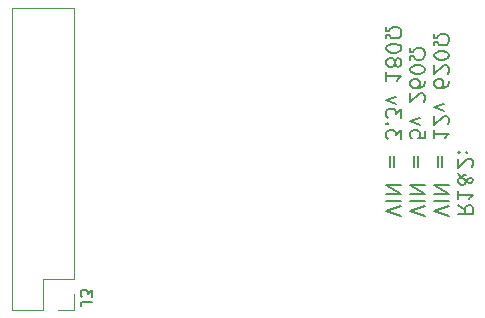
<source format=gbr>
%TF.GenerationSoftware,KiCad,Pcbnew,(5.1.12)-1*%
%TF.CreationDate,2021-12-28T18:57:02-06:00*%
%TF.ProjectId,iPiMI,6950694d-492e-46b6-9963-61645f706362,rev?*%
%TF.SameCoordinates,Original*%
%TF.FileFunction,Legend,Bot*%
%TF.FilePolarity,Positive*%
%FSLAX46Y46*%
G04 Gerber Fmt 4.6, Leading zero omitted, Abs format (unit mm)*
G04 Created by KiCad (PCBNEW (5.1.12)-1) date 2021-12-28 18:57:02*
%MOMM*%
%LPD*%
G01*
G04 APERTURE LIST*
%ADD10C,0.150000*%
%ADD11C,0.120000*%
G04 APERTURE END LIST*
D10*
X56672023Y-31790595D02*
X57267261Y-32207261D01*
X56672023Y-32504880D02*
X57922023Y-32504880D01*
X57922023Y-32028690D01*
X57862500Y-31909642D01*
X57802976Y-31850119D01*
X57683928Y-31790595D01*
X57505357Y-31790595D01*
X57386309Y-31850119D01*
X57326785Y-31909642D01*
X57267261Y-32028690D01*
X57267261Y-32504880D01*
X56672023Y-30600119D02*
X56672023Y-31314404D01*
X56672023Y-30957261D02*
X57922023Y-30957261D01*
X57743452Y-31076309D01*
X57624404Y-31195357D01*
X57564880Y-31314404D01*
X56672023Y-29052500D02*
X56672023Y-29112023D01*
X56731547Y-29231071D01*
X56910119Y-29409642D01*
X57267261Y-29707261D01*
X57445833Y-29826309D01*
X57624404Y-29885833D01*
X57743452Y-29885833D01*
X57862500Y-29826309D01*
X57922023Y-29707261D01*
X57922023Y-29647738D01*
X57862500Y-29528690D01*
X57743452Y-29469166D01*
X57683928Y-29469166D01*
X57564880Y-29528690D01*
X57505357Y-29588214D01*
X57267261Y-29945357D01*
X57207738Y-30004880D01*
X57088690Y-30064404D01*
X56910119Y-30064404D01*
X56791071Y-30004880D01*
X56731547Y-29945357D01*
X56672023Y-29826309D01*
X56672023Y-29647738D01*
X56731547Y-29528690D01*
X56791071Y-29469166D01*
X57029166Y-29290595D01*
X57207738Y-29231071D01*
X57326785Y-29231071D01*
X57802976Y-28576309D02*
X57862500Y-28516785D01*
X57922023Y-28397738D01*
X57922023Y-28100119D01*
X57862500Y-27981071D01*
X57802976Y-27921547D01*
X57683928Y-27862023D01*
X57564880Y-27862023D01*
X57386309Y-27921547D01*
X56672023Y-28635833D01*
X56672023Y-27862023D01*
X56791071Y-27326309D02*
X56731547Y-27266785D01*
X56672023Y-27326309D01*
X56731547Y-27385833D01*
X56791071Y-27326309D01*
X56672023Y-27326309D01*
X57445833Y-27326309D02*
X57386309Y-27266785D01*
X57326785Y-27326309D01*
X57386309Y-27385833D01*
X57445833Y-27326309D01*
X57326785Y-27326309D01*
X55897023Y-32683452D02*
X54647023Y-32266785D01*
X55897023Y-31850119D01*
X54647023Y-31433452D02*
X55897023Y-31433452D01*
X54647023Y-30838214D02*
X55897023Y-30838214D01*
X54647023Y-30123928D01*
X55897023Y-30123928D01*
X55301785Y-28576309D02*
X55301785Y-27623928D01*
X54944642Y-27623928D02*
X54944642Y-28576309D01*
X54647023Y-25421547D02*
X54647023Y-26135833D01*
X54647023Y-25778690D02*
X55897023Y-25778690D01*
X55718452Y-25897738D01*
X55599404Y-26016785D01*
X55539880Y-26135833D01*
X55777976Y-24945357D02*
X55837500Y-24885833D01*
X55897023Y-24766785D01*
X55897023Y-24469166D01*
X55837500Y-24350119D01*
X55777976Y-24290595D01*
X55658928Y-24231071D01*
X55539880Y-24231071D01*
X55361309Y-24290595D01*
X54647023Y-25004880D01*
X54647023Y-24231071D01*
X55480357Y-23814404D02*
X54647023Y-23516785D01*
X55480357Y-23219166D01*
X55897023Y-21254880D02*
X55897023Y-21492976D01*
X55837500Y-21612023D01*
X55777976Y-21671547D01*
X55599404Y-21790595D01*
X55361309Y-21850119D01*
X54885119Y-21850119D01*
X54766071Y-21790595D01*
X54706547Y-21731071D01*
X54647023Y-21612023D01*
X54647023Y-21373928D01*
X54706547Y-21254880D01*
X54766071Y-21195357D01*
X54885119Y-21135833D01*
X55182738Y-21135833D01*
X55301785Y-21195357D01*
X55361309Y-21254880D01*
X55420833Y-21373928D01*
X55420833Y-21612023D01*
X55361309Y-21731071D01*
X55301785Y-21790595D01*
X55182738Y-21850119D01*
X55777976Y-20659642D02*
X55837500Y-20600119D01*
X55897023Y-20481071D01*
X55897023Y-20183452D01*
X55837500Y-20064404D01*
X55777976Y-20004880D01*
X55658928Y-19945357D01*
X55539880Y-19945357D01*
X55361309Y-20004880D01*
X54647023Y-20719166D01*
X54647023Y-19945357D01*
X55897023Y-19171547D02*
X55897023Y-19052500D01*
X55837500Y-18933452D01*
X55777976Y-18873928D01*
X55658928Y-18814404D01*
X55420833Y-18754880D01*
X55123214Y-18754880D01*
X54885119Y-18814404D01*
X54766071Y-18873928D01*
X54706547Y-18933452D01*
X54647023Y-19052500D01*
X54647023Y-19171547D01*
X54706547Y-19290595D01*
X54766071Y-19350119D01*
X54885119Y-19409642D01*
X55123214Y-19469166D01*
X55420833Y-19469166D01*
X55658928Y-19409642D01*
X55777976Y-19350119D01*
X55837500Y-19290595D01*
X55897023Y-19171547D01*
X54647023Y-18278690D02*
X54647023Y-17981071D01*
X54885119Y-17981071D01*
X54944642Y-18100119D01*
X55063690Y-18219166D01*
X55242261Y-18278690D01*
X55539880Y-18278690D01*
X55718452Y-18219166D01*
X55837500Y-18100119D01*
X55897023Y-17921547D01*
X55897023Y-17683452D01*
X55837500Y-17504880D01*
X55718452Y-17385833D01*
X55539880Y-17326309D01*
X55242261Y-17326309D01*
X55063690Y-17385833D01*
X54944642Y-17504880D01*
X54885119Y-17623928D01*
X54647023Y-17623928D01*
X54647023Y-17326309D01*
X53872023Y-32683452D02*
X52622023Y-32266785D01*
X53872023Y-31850119D01*
X52622023Y-31433452D02*
X53872023Y-31433452D01*
X52622023Y-30838214D02*
X53872023Y-30838214D01*
X52622023Y-30123928D01*
X53872023Y-30123928D01*
X53276785Y-28576309D02*
X53276785Y-27623928D01*
X52919642Y-27623928D02*
X52919642Y-28576309D01*
X53872023Y-25481071D02*
X53872023Y-26076309D01*
X53276785Y-26135833D01*
X53336309Y-26076309D01*
X53395833Y-25957261D01*
X53395833Y-25659642D01*
X53336309Y-25540595D01*
X53276785Y-25481071D01*
X53157738Y-25421547D01*
X52860119Y-25421547D01*
X52741071Y-25481071D01*
X52681547Y-25540595D01*
X52622023Y-25659642D01*
X52622023Y-25957261D01*
X52681547Y-26076309D01*
X52741071Y-26135833D01*
X53455357Y-25004880D02*
X52622023Y-24707261D01*
X53455357Y-24409642D01*
X53752976Y-23040595D02*
X53812500Y-22981071D01*
X53872023Y-22862023D01*
X53872023Y-22564404D01*
X53812500Y-22445357D01*
X53752976Y-22385833D01*
X53633928Y-22326309D01*
X53514880Y-22326309D01*
X53336309Y-22385833D01*
X52622023Y-23100119D01*
X52622023Y-22326309D01*
X53872023Y-21254880D02*
X53872023Y-21492976D01*
X53812500Y-21612023D01*
X53752976Y-21671547D01*
X53574404Y-21790595D01*
X53336309Y-21850119D01*
X52860119Y-21850119D01*
X52741071Y-21790595D01*
X52681547Y-21731071D01*
X52622023Y-21612023D01*
X52622023Y-21373928D01*
X52681547Y-21254880D01*
X52741071Y-21195357D01*
X52860119Y-21135833D01*
X53157738Y-21135833D01*
X53276785Y-21195357D01*
X53336309Y-21254880D01*
X53395833Y-21373928D01*
X53395833Y-21612023D01*
X53336309Y-21731071D01*
X53276785Y-21790595D01*
X53157738Y-21850119D01*
X53872023Y-20362023D02*
X53872023Y-20242976D01*
X53812500Y-20123928D01*
X53752976Y-20064404D01*
X53633928Y-20004880D01*
X53395833Y-19945357D01*
X53098214Y-19945357D01*
X52860119Y-20004880D01*
X52741071Y-20064404D01*
X52681547Y-20123928D01*
X52622023Y-20242976D01*
X52622023Y-20362023D01*
X52681547Y-20481071D01*
X52741071Y-20540595D01*
X52860119Y-20600119D01*
X53098214Y-20659642D01*
X53395833Y-20659642D01*
X53633928Y-20600119D01*
X53752976Y-20540595D01*
X53812500Y-20481071D01*
X53872023Y-20362023D01*
X52622023Y-19469166D02*
X52622023Y-19171547D01*
X52860119Y-19171547D01*
X52919642Y-19290595D01*
X53038690Y-19409642D01*
X53217261Y-19469166D01*
X53514880Y-19469166D01*
X53693452Y-19409642D01*
X53812500Y-19290595D01*
X53872023Y-19112023D01*
X53872023Y-18873928D01*
X53812500Y-18695357D01*
X53693452Y-18576309D01*
X53514880Y-18516785D01*
X53217261Y-18516785D01*
X53038690Y-18576309D01*
X52919642Y-18695357D01*
X52860119Y-18814404D01*
X52622023Y-18814404D01*
X52622023Y-18516785D01*
X51847023Y-32683452D02*
X50597023Y-32266785D01*
X51847023Y-31850119D01*
X50597023Y-31433452D02*
X51847023Y-31433452D01*
X50597023Y-30838214D02*
X51847023Y-30838214D01*
X50597023Y-30123928D01*
X51847023Y-30123928D01*
X51251785Y-28576309D02*
X51251785Y-27623928D01*
X50894642Y-27623928D02*
X50894642Y-28576309D01*
X51847023Y-26195357D02*
X51847023Y-25421547D01*
X51370833Y-25838214D01*
X51370833Y-25659642D01*
X51311309Y-25540595D01*
X51251785Y-25481071D01*
X51132738Y-25421547D01*
X50835119Y-25421547D01*
X50716071Y-25481071D01*
X50656547Y-25540595D01*
X50597023Y-25659642D01*
X50597023Y-26016785D01*
X50656547Y-26135833D01*
X50716071Y-26195357D01*
X50716071Y-24885833D02*
X50656547Y-24826309D01*
X50597023Y-24885833D01*
X50656547Y-24945357D01*
X50716071Y-24885833D01*
X50597023Y-24885833D01*
X51847023Y-24409642D02*
X51847023Y-23635833D01*
X51370833Y-24052500D01*
X51370833Y-23873928D01*
X51311309Y-23754880D01*
X51251785Y-23695357D01*
X51132738Y-23635833D01*
X50835119Y-23635833D01*
X50716071Y-23695357D01*
X50656547Y-23754880D01*
X50597023Y-23873928D01*
X50597023Y-24231071D01*
X50656547Y-24350119D01*
X50716071Y-24409642D01*
X51430357Y-23219166D02*
X50597023Y-22921547D01*
X51430357Y-22623928D01*
X50597023Y-20540595D02*
X50597023Y-21254880D01*
X50597023Y-20897738D02*
X51847023Y-20897738D01*
X51668452Y-21016785D01*
X51549404Y-21135833D01*
X51489880Y-21254880D01*
X51311309Y-19826309D02*
X51370833Y-19945357D01*
X51430357Y-20004880D01*
X51549404Y-20064404D01*
X51608928Y-20064404D01*
X51727976Y-20004880D01*
X51787500Y-19945357D01*
X51847023Y-19826309D01*
X51847023Y-19588214D01*
X51787500Y-19469166D01*
X51727976Y-19409642D01*
X51608928Y-19350119D01*
X51549404Y-19350119D01*
X51430357Y-19409642D01*
X51370833Y-19469166D01*
X51311309Y-19588214D01*
X51311309Y-19826309D01*
X51251785Y-19945357D01*
X51192261Y-20004880D01*
X51073214Y-20064404D01*
X50835119Y-20064404D01*
X50716071Y-20004880D01*
X50656547Y-19945357D01*
X50597023Y-19826309D01*
X50597023Y-19588214D01*
X50656547Y-19469166D01*
X50716071Y-19409642D01*
X50835119Y-19350119D01*
X51073214Y-19350119D01*
X51192261Y-19409642D01*
X51251785Y-19469166D01*
X51311309Y-19588214D01*
X51847023Y-18576309D02*
X51847023Y-18457261D01*
X51787500Y-18338214D01*
X51727976Y-18278690D01*
X51608928Y-18219166D01*
X51370833Y-18159642D01*
X51073214Y-18159642D01*
X50835119Y-18219166D01*
X50716071Y-18278690D01*
X50656547Y-18338214D01*
X50597023Y-18457261D01*
X50597023Y-18576309D01*
X50656547Y-18695357D01*
X50716071Y-18754880D01*
X50835119Y-18814404D01*
X51073214Y-18873928D01*
X51370833Y-18873928D01*
X51608928Y-18814404D01*
X51727976Y-18754880D01*
X51787500Y-18695357D01*
X51847023Y-18576309D01*
X50597023Y-17683452D02*
X50597023Y-17385833D01*
X50835119Y-17385833D01*
X50894642Y-17504880D01*
X51013690Y-17623928D01*
X51192261Y-17683452D01*
X51489880Y-17683452D01*
X51668452Y-17623928D01*
X51787500Y-17504880D01*
X51847023Y-17326309D01*
X51847023Y-17088214D01*
X51787500Y-16909642D01*
X51668452Y-16790595D01*
X51489880Y-16731071D01*
X51192261Y-16731071D01*
X51013690Y-16790595D01*
X50894642Y-16909642D01*
X50835119Y-17028690D01*
X50597023Y-17028690D01*
X50597023Y-16731071D01*
D11*
%TO.C,J3*%
X18913800Y-40649200D02*
X21513800Y-40649200D01*
X18913800Y-40649200D02*
X18913800Y-15129200D01*
X18913800Y-15129200D02*
X24113800Y-15129200D01*
X24113800Y-38049200D02*
X24113800Y-15129200D01*
X21513800Y-38049200D02*
X24113800Y-38049200D01*
X21513800Y-40649200D02*
X21513800Y-38049200D01*
X24113800Y-40649200D02*
X24113800Y-39319200D01*
X22783800Y-40649200D02*
X24113800Y-40649200D01*
D10*
X25693619Y-39957333D02*
X24979333Y-39957333D01*
X24836476Y-40004952D01*
X24741238Y-40100190D01*
X24693619Y-40243047D01*
X24693619Y-40338285D01*
X25693619Y-39576380D02*
X25693619Y-38957333D01*
X25312666Y-39290666D01*
X25312666Y-39147809D01*
X25265047Y-39052571D01*
X25217428Y-39004952D01*
X25122190Y-38957333D01*
X24884095Y-38957333D01*
X24788857Y-39004952D01*
X24741238Y-39052571D01*
X24693619Y-39147809D01*
X24693619Y-39433523D01*
X24741238Y-39528761D01*
X24788857Y-39576380D01*
%TD*%
M02*

</source>
